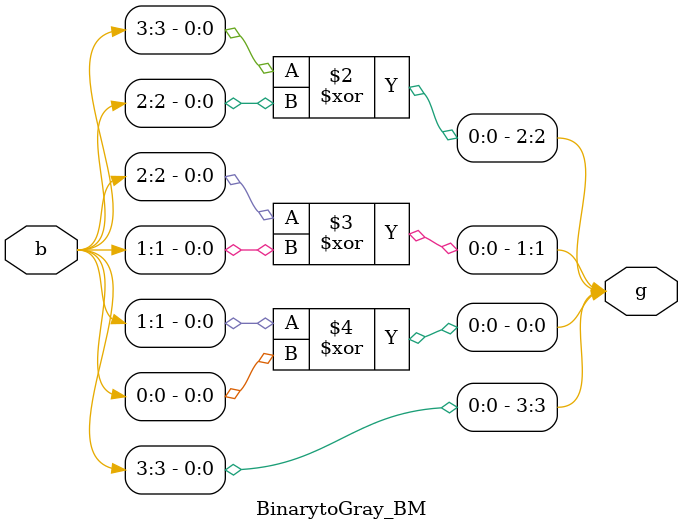
<source format=v>
`timescale 1ns / 1ps
module BinarytoGray_BM(b,g);
	input [3:0]b;
	output [3:0]g;
	reg [3:0]g;
always@(b)
	begin
	g[3]=b[3];
	g[2]=b[3]^b[2];
	g[1]=b[2]^b[1];
	g[0]=b[1]^b[0];
	end
endmodule

</source>
